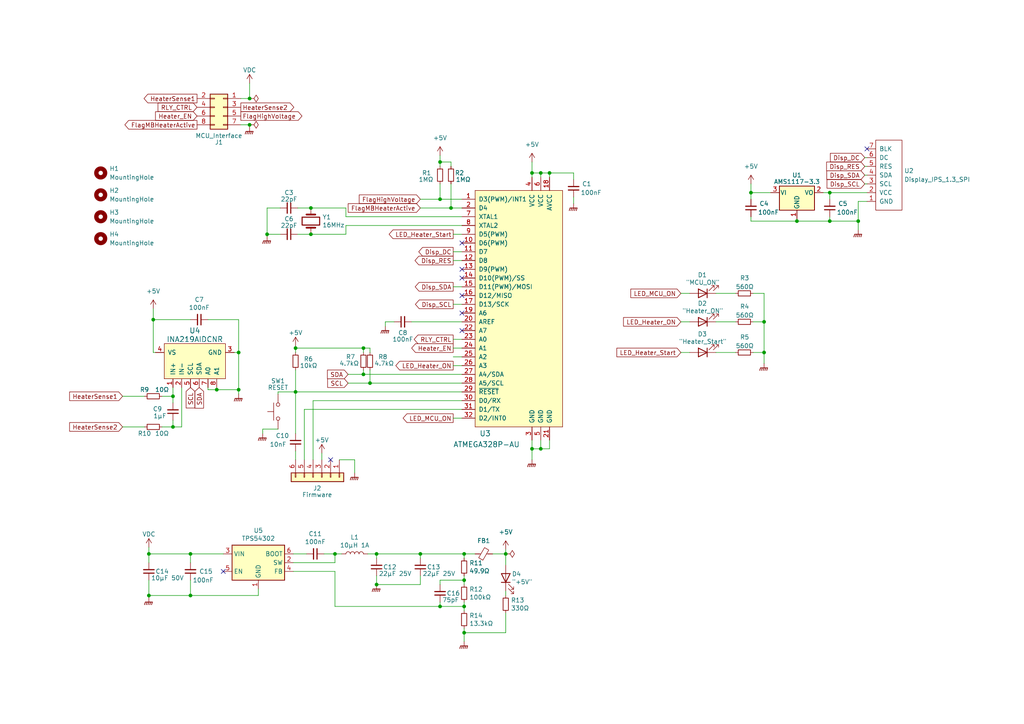
<source format=kicad_sch>
(kicad_sch (version 20211123) (generator eeschema)
  (paper "A4")
  (lib_symbols
    (symbol "Connector_Generic:Conn_01x06" (pin_names (offset 1.016) hide)
      (property "Reference" "J" (at 0 7.62 0))
      (property "Value" "Conn_01x06" (at 0 -10.16 0))
      (symbol "Conn_01x06_1_1"
        (rectangle (start -1.27 -7.493) (end 0 -7.747) (stroke (width 0.1524)))
        (rectangle (start -1.27 -4.953) (end 0 -5.207) (stroke (width 0.1524)))
        (rectangle (start -1.27 -2.413) (end 0 -2.667) (stroke (width 0.1524)))
        (rectangle (start -1.27 0.127) (end 0 -0.127) (stroke (width 0.1524)))
        (rectangle (start -1.27 2.667) (end 0 2.413) (stroke (width 0.1524)))
        (rectangle (start -1.27 5.207) (end 0 4.953) (stroke (width 0.1524)))
        (rectangle (start -1.27 6.35) (end 1.27 -8.89) (stroke (width 0.254)) (fill (type background)))
        (pin passive line (at -5.08 5.08 0) (length 3.81) (name "Pin_1") (number "1"))
        (pin passive line (at -5.08 2.54 0) (length 3.81) (name "Pin_2") (number "2"))
        (pin passive line (at -5.08 0 0) (length 3.81) (name "Pin_3") (number "3"))
        (pin passive line (at -5.08 -2.54 0) (length 3.81) (name "Pin_4") (number "4"))
        (pin passive line (at -5.08 -5.08 0) (length 3.81) (name "Pin_5") (number "5"))
        (pin passive line (at -5.08 -7.62 0) (length 3.81) (name "Pin_6") (number "6"))
      )
    )
    (symbol "Connector_Generic:Conn_02x04_Odd_Even" (pin_names (offset 1.016) hide)
      (property "Reference" "J" (at 1.27 5.08 0))
      (property "Value" "Conn_02x04_Odd_Even" (at 1.27 -7.62 0))
      (symbol "Conn_02x04_Odd_Even_1_1"
        (rectangle (start -1.27 -4.953) (end 0 -5.207) (stroke (width 0.1524)))
        (rectangle (start -1.27 -2.413) (end 0 -2.667) (stroke (width 0.1524)))
        (rectangle (start -1.27 0.127) (end 0 -0.127) (stroke (width 0.1524)))
        (rectangle (start -1.27 2.667) (end 0 2.413) (stroke (width 0.1524)))
        (rectangle (start -1.27 3.81) (end 3.81 -6.35) (stroke (width 0.254)) (fill (type background)))
        (rectangle (start 3.81 -4.953) (end 2.54 -5.207) (stroke (width 0.1524)))
        (rectangle (start 3.81 -2.413) (end 2.54 -2.667) (stroke (width 0.1524)))
        (rectangle (start 3.81 0.127) (end 2.54 -0.127) (stroke (width 0.1524)))
        (rectangle (start 3.81 2.667) (end 2.54 2.413) (stroke (width 0.1524)))
        (pin passive line (at -5.08 2.54 0) (length 3.81) (name "Pin_1") (number "1"))
        (pin passive line (at 7.62 2.54 180) (length 3.81) (name "Pin_2") (number "2"))
        (pin passive line (at -5.08 0 0) (length 3.81) (name "Pin_3") (number "3"))
        (pin passive line (at 7.62 0 180) (length 3.81) (name "Pin_4") (number "4"))
        (pin passive line (at -5.08 -2.54 0) (length 3.81) (name "Pin_5") (number "5"))
        (pin passive line (at 7.62 -2.54 180) (length 3.81) (name "Pin_6") (number "6"))
        (pin passive line (at -5.08 -5.08 0) (length 3.81) (name "Pin_7") (number "7"))
        (pin passive line (at 7.62 -5.08 180) (length 3.81) (name "Pin_8") (number "8"))
      )
    )
    (symbol "Device:C_Small" (pin_numbers hide) (pin_names (offset 0.254) hide)
      (property "Reference" "C" (at 0.254 1.778 0))
      (property "Value" "C_Small" (at 0.254 -2.032 0))
      (symbol "C_Small_0_1"
        (polyline (pts (xy -1.524 -0.508) (xy 1.524 -0.508)) (stroke (width 0.3302)))
        (polyline (pts (xy -1.524 0.508) (xy 1.524 0.508)) (stroke (width 0.3048)))
      )
      (symbol "C_Small_1_1"
        (pin passive line (at 0 2.54 270) (length 2.032) (name "~") (number "1"))
        (pin passive line (at 0 -2.54 90) (length 2.032) (name "~") (number "2"))
      )
    )
    (symbol "Device:Crystal" (pin_numbers hide) (pin_names (offset 1.016) hide)
      (property "Reference" "Y" (at 0 3.81 0))
      (property "Value" "Crystal" (at 0 -3.81 0))
      (symbol "Crystal_0_1"
        (rectangle (start -1.143 2.54) (end 1.143 -2.54) (stroke (width 0.3048)))
        (polyline (pts (xy -2.54 0) (xy -1.905 0)))
        (polyline (pts (xy -1.905 -1.27) (xy -1.905 1.27)) (stroke (width 0.508)))
        (polyline (pts (xy 1.905 -1.27) (xy 1.905 1.27)) (stroke (width 0.508)))
        (polyline (pts (xy 2.54 0) (xy 1.905 0)))
      )
      (symbol "Crystal_1_1"
        (pin passive line (at -3.81 0 0) (length 1.27) (name "1") (number "1"))
        (pin passive line (at 3.81 0 180) (length 1.27) (name "2") (number "2"))
      )
    )
    (symbol "Device:FerriteBead_Small" (pin_numbers hide) (pin_names (offset 0))
      (property "Reference" "FB" (at 1.905 1.27 0))
      (property "Value" "FerriteBead_Small" (at 1.905 -1.27 0))
      (symbol "FerriteBead_Small_0_1"
        (polyline (pts (xy 0 -1.27) (xy 0 -0.7874)))
        (polyline (pts (xy 0 0.889) (xy 0 1.2954)))
        (polyline (pts (xy -1.8288 0.2794) (xy -1.1176 1.4986) (xy 1.8288 -0.2032) (xy 1.1176 -1.4224) (xy -1.8288 0.2794)))
      )
      (symbol "FerriteBead_Small_1_1"
        (pin passive line (at 0 2.54 270) (length 1.27) (name "~") (number "1"))
        (pin passive line (at 0 -2.54 90) (length 1.27) (name "~") (number "2"))
      )
    )
    (symbol "Device:L" (pin_numbers hide) (pin_names (offset 1.016) hide)
      (property "Reference" "L" (at -1.27 0 90))
      (property "Value" "L" (at 1.905 0 90))
      (symbol "L_0_1"
        (arc (start 0 -2.54) (mid 0.635 -1.905) (end 0 -1.27))
        (arc (start 0 -1.27) (mid 0.635 -0.635) (end 0 0))
        (arc (start 0 0) (mid 0.635 0.635) (end 0 1.27))
        (arc (start 0 1.27) (mid 0.635 1.905) (end 0 2.54))
      )
      (symbol "L_1_1"
        (pin passive line (at 0 3.81 270) (length 1.27) (name "1") (number "1"))
        (pin passive line (at 0 -3.81 90) (length 1.27) (name "2") (number "2"))
      )
    )
    (symbol "Device:LED" (pin_numbers hide) (pin_names (offset 1.016) hide)
      (property "Reference" "D" (at 0 2.54 0))
      (property "Value" "LED" (at 0 -2.54 0))
      (symbol "LED_0_1"
        (polyline (pts (xy -1.27 -1.27) (xy -1.27 1.27)) (stroke (width 0.254)))
        (polyline (pts (xy -1.27 0) (xy 1.27 0)))
        (polyline (pts (xy 1.27 -1.27) (xy 1.27 1.27) (xy -1.27 0) (xy 1.27 -1.27)) (stroke (width 0.254)))
        (polyline (pts (xy -3.048 -0.762) (xy -4.572 -2.286) (xy -3.81 -2.286) (xy -4.572 -2.286) (xy -4.572 -1.524)))
        (polyline (pts (xy -1.778 -0.762) (xy -3.302 -2.286) (xy -2.54 -2.286) (xy -3.302 -2.286) (xy -3.302 -1.524)))
      )
      (symbol "LED_1_1"
        (pin passive line (at -3.81 0 0) (length 2.54) (name "K") (number "1"))
        (pin passive line (at 3.81 0 180) (length 2.54) (name "A") (number "2"))
      )
    )
    (symbol "Device:R_Small" (pin_numbers hide) (pin_names (offset 0.254) hide)
      (property "Reference" "R" (at 0.762 0.508 0))
      (property "Value" "R_Small" (at 0.762 -1.016 0))
      (symbol "R_Small_0_1"
        (rectangle (start -0.762 1.778) (end 0.762 -1.778) (stroke (width 0.2032)))
      )
      (symbol "R_Small_1_1"
        (pin passive line (at 0 2.54 270) (length 0.762) (name "~") (number "1"))
        (pin passive line (at 0 -2.54 90) (length 0.762) (name "~") (number "2"))
      )
    )
    (symbol "Mechanical:MountingHole" (pin_names (offset 1.016))
      (property "Reference" "H" (at 0 5.08 0))
      (property "Value" "MountingHole" (at 0 3.175 0))
      (symbol "MountingHole_0_1"
        (circle (center 0 0) (radius 1.27) (stroke (width 1.27)))
      )
    )
    (symbol "Regulator_Linear:AMS1117-3.3" (pin_names (offset 0.254))
      (property "Reference" "U" (at -3.81 3.175 0))
      (property "Value" "AMS1117-3.3" (at 0 3.175 0))
      (symbol "AMS1117-3.3_0_1"
        (rectangle (start -5.08 -5.08) (end 5.08 1.905) (stroke (width 0.254)) (fill (type background)))
      )
      (symbol "AMS1117-3.3_1_1"
        (pin power_in line (at 0 -7.62 90) (length 2.54) (name "GND") (number "1"))
        (pin power_out line (at 7.62 0 180) (length 2.54) (name "VO") (number "2"))
        (pin power_in line (at -7.62 0 0) (length 2.54) (name "VI") (number "3"))
      )
    )
    (symbol "Regulator_Switching:TPS54302"
      (property "Reference" "U" (at -7.62 6.35 0))
      (property "Value" "TPS54302" (at 0 6.35 0))
      (symbol "TPS54302_0_1"
        (rectangle (start -7.62 5.08) (end 7.62 -5.08) (stroke (width 0.254)) (fill (type background)))
      )
      (symbol "TPS54302_1_1"
        (pin power_in line (at 0 -7.62 90) (length 2.54) (name "GND") (number "1"))
        (pin power_out line (at 10.16 0 180) (length 2.54) (name "SW") (number "2"))
        (pin power_in line (at -10.16 2.54 0) (length 2.54) (name "VIN") (number "3"))
        (pin input line (at 10.16 -2.54 180) (length 2.54) (name "FB") (number "4"))
        (pin input line (at -10.16 -2.54 0) (length 2.54) (name "EN") (number "5"))
        (pin passive line (at 10.16 2.54 180) (length 2.54) (name "BOOT") (number "6"))
      )
    )
    (symbol "Switch:SW_Push" (pin_numbers hide) (pin_names (offset 1.016) hide)
      (property "Reference" "SW" (at 1.27 2.54 0))
      (property "Value" "SW_Push" (at 0 -1.524 0))
      (symbol "SW_Push_0_1"
        (circle (center -2.032 0) (radius 0.508))
        (polyline (pts (xy 0 1.27) (xy 0 3.048)))
        (polyline (pts (xy 2.54 1.27) (xy -2.54 1.27)))
        (circle (center 2.032 0) (radius 0.508))
        (pin passive line (at -5.08 0 0) (length 2.54) (name "1") (number "1"))
        (pin passive line (at 5.08 0 180) (length 2.54) (name "2") (number "2"))
      )
    )
    (symbol "dk_PMIC-Current-Regulation-Management:INA219AIDCNR" (pin_names (offset 1.016))
      (property "Reference" "U" (at -5.08 8.636 0))
      (property "Value" "INA219AIDCNR" (at 0.254 -11.43 0))
      (symbol "INA219AIDCNR_0_1"
        (rectangle (start -7.62 7.62) (end 2.54 -10.16) (fill (type background)))
      )
      (symbol "INA219AIDCNR_1_1"
        (pin input line (at -10.16 5.08 0) (length 2.54) (name "IN+") (number "1"))
        (pin input line (at -10.16 2.54 0) (length 2.54) (name "IN-") (number "2"))
        (pin power_in line (at 0 -12.7 90) (length 2.54) (name "GND") (number "3"))
        (pin power_in line (at 0 10.16 270) (length 2.54) (name "VS") (number "4"))
        (pin input line (at -10.16 0 0) (length 2.54) (name "SCL") (number "5"))
        (pin bidirectional line (at -10.16 -2.54 0) (length 2.54) (name "SDA") (number "6"))
        (pin input line (at -10.16 -5.08 0) (length 2.54) (name "A0") (number "7"))
        (pin input line (at -10.16 -7.62 0) (length 2.54) (name "A1") (number "8"))
      )
    )
    (symbol "myDevices:ATMEGA328P-AU_Arduino" (pin_names (offset 1.016))
      (property "Reference" "U" (at -8.89 38.1 0))
      (property "Value" "ATMEGA328P-AU_Arduino" (at 13.97 1.27 90))
      (symbol "ATMEGA328P-AU_Arduino_0_1"
        (rectangle (start 16.51 35.56) (end -8.89 -33.02) (fill (type background)))
      )
      (symbol "ATMEGA328P-AU_Arduino_1_1"
        (pin bidirectional line (at -12.7 33.02 0) (length 3.81) (name "D3(PWM)/INT1") (number "1"))
        (pin bidirectional line (at -12.7 20.32 0) (length 3.81) (name "D6(PWM)") (number "10"))
        (pin bidirectional line (at -12.7 17.78 0) (length 3.81) (name "D7") (number "11"))
        (pin bidirectional line (at -12.7 15.24 0) (length 3.81) (name "D8") (number "12"))
        (pin bidirectional line (at -12.7 12.7 0) (length 3.81) (name "D9(PWM)") (number "13"))
        (pin bidirectional line (at -12.7 10.16 0) (length 3.81) (name "D10(PWM)/SS") (number "14"))
        (pin bidirectional line (at -12.7 7.62 0) (length 3.81) (name "D11(PWM)/MOSI") (number "15"))
        (pin bidirectional line (at -12.7 5.08 0) (length 3.81) (name "D12/MISO") (number "16"))
        (pin bidirectional line (at -12.7 2.54 0) (length 3.81) (name "D13/SCK") (number "17"))
        (pin power_in line (at 12.7 39.37 270) (length 3.81) (name "AVCC") (number "18"))
        (pin input line (at -12.7 0 0) (length 3.81) (name "A6") (number "19"))
        (pin bidirectional line (at -12.7 30.48 0) (length 3.81) (name "D4") (number "2"))
        (pin input line (at -12.7 -2.54 0) (length 3.81) (name "AREF") (number "20"))
        (pin power_in line (at 12.7 -36.83 90) (length 3.81) (name "GND") (number "21"))
        (pin input line (at -12.7 -5.08 0) (length 3.81) (name "A7") (number "22"))
        (pin bidirectional line (at -12.7 -7.62 0) (length 3.81) (name "A0") (number "23"))
        (pin bidirectional line (at -12.7 -10.16 0) (length 3.81) (name "A1") (number "24"))
        (pin bidirectional line (at -12.7 -12.7 0) (length 3.81) (name "A2") (number "25"))
        (pin bidirectional line (at -12.7 -15.24 0) (length 3.81) (name "A3") (number "26"))
        (pin bidirectional line (at -12.7 -17.78 0) (length 3.81) (name "A4/SDA") (number "27"))
        (pin bidirectional line (at -12.7 -20.32 0) (length 3.81) (name "A5/SCL") (number "28"))
        (pin bidirectional line (at -12.7 -22.86 0) (length 3.81) (name "~{RESET}") (number "29"))
        (pin power_in line (at 7.62 -36.83 90) (length 3.81) (name "GND") (number "3"))
        (pin bidirectional line (at -12.7 -25.4 0) (length 3.81) (name "D0/RX") (number "30"))
        (pin bidirectional line (at -12.7 -27.94 0) (length 3.81) (name "D1/TX") (number "31"))
        (pin bidirectional line (at -12.7 -30.48 0) (length 3.81) (name "D2/INT0") (number "32"))
        (pin power_in line (at 7.62 39.37 270) (length 3.81) (name "VCC") (number "4"))
        (pin power_in line (at 10.16 -36.83 90) (length 3.81) (name "GND") (number "5"))
        (pin power_in line (at 10.16 39.37 270) (length 3.81) (name "VCC") (number "6"))
        (pin bidirectional line (at -12.7 27.94 0) (length 3.81) (name "XTAL1") (number "7"))
        (pin bidirectional line (at -12.7 25.4 0) (length 3.81) (name "XTAL2") (number "8"))
        (pin bidirectional line (at -12.7 22.86 0) (length 3.81) (name "D5(PWM)") (number "9"))
      )
    )
    (symbol "myDevices:Display_IPS_1.3_SPI" (pin_names (offset 1.016))
      (property "Reference" "U" (at 0 -6.35 0))
      (property "Value" "Display_IPS_1.3_SPI" (at 2.54 -3.81 0))
      (symbol "Display_IPS_1.3_SPI_0_1"
        (rectangle (start 2.54 17.78) (end 10.16 -2.54))
      )
      (symbol "Display_IPS_1.3_SPI_1_1"
        (pin power_in line (at 0 0 0) (length 2.54) (name "GND") (number "1"))
        (pin power_in line (at 0 2.54 0) (length 2.54) (name "VCC") (number "2"))
        (pin input line (at 0 5.08 0) (length 2.54) (name "SCL") (number "3"))
        (pin input line (at 0 7.62 0) (length 2.54) (name "SDA") (number "4"))
        (pin input line (at 0 10.16 0) (length 2.54) (name "RES") (number "5"))
        (pin input line (at 0 12.7 0) (length 2.54) (name "DC") (number "6"))
        (pin input line (at 0 15.24 0) (length 2.54) (name "BLK") (number "7"))
      )
    )
    (symbol "power:+5V" (power) (pin_names (offset 0))
      (property "Value" "+5V" (at 0 3.556 0))
      (symbol "+5V_0_1"
        (polyline (pts (xy -0.762 1.27) (xy 0 2.54)))
        (polyline (pts (xy 0 0) (xy 0 2.54)))
        (polyline (pts (xy 0 2.54) (xy 0.762 1.27)))
      )
      (symbol "+5V_1_1"
        (pin power_in line (at 0 0 90) (length 0) hide (name "+5V") (number "1"))
      )
    )
    (symbol "power:GNDPWR" (power) (pin_names (offset 0))
      (property "Value" "GNDPWR" (at 0 -3.302 0))
      (symbol "GNDPWR_0_1"
        (polyline (pts (xy 0 -1.27) (xy 0 0)))
        (polyline (pts (xy -1.016 -1.27) (xy -1.27 -2.032) (xy -1.27 -2.032)) (stroke (width 0.2032)))
        (polyline (pts (xy -0.508 -1.27) (xy -0.762 -2.032) (xy -0.762 -2.032)) (stroke (width 0.2032)))
        (polyline (pts (xy 0 -1.27) (xy -0.254 -2.032) (xy -0.254 -2.032)) (stroke (width 0.2032)))
        (polyline (pts (xy 0.508 -1.27) (xy 0.254 -2.032) (xy 0.254 -2.032)) (stroke (width 0.2032)))
        (polyline (pts (xy 1.016 -1.27) (xy -1.016 -1.27) (xy -1.016 -1.27)) (stroke (width 0.2032)))
        (polyline (pts (xy 1.016 -1.27) (xy 0.762 -2.032) (xy 0.762 -2.032) (xy 0.762 -2.032)) (stroke (width 0.2032)))
      )
      (symbol "GNDPWR_1_1"
        (pin power_in line (at 0 0 270) (length 0) hide (name "GNDPWR") (number "1"))
      )
    )
    (symbol "power:PWR_FLAG" (power) (pin_numbers hide) (pin_names (offset 0) hide)
      (property "Value" "PWR_FLAG" (at 0 3.81 0))
      (symbol "PWR_FLAG_0_0"
        (pin power_out line (at 0 0 90) (length 0) (name "pwr") (number "1"))
      )
      (symbol "PWR_FLAG_0_1"
        (polyline (pts (xy 0 0) (xy 0 1.27) (xy -1.016 1.905) (xy 0 2.54) (xy 1.016 1.905) (xy 0 1.27)))
      )
    )
    (symbol "power:VDC" (power) (pin_names (offset 0))
      (property "Value" "VDC" (at 0 6.35 0))
      (symbol "VDC_0_1"
        (polyline (pts (xy -0.762 1.27) (xy 0 2.54)))
        (polyline (pts (xy 0 0) (xy 0 2.54)))
        (polyline (pts (xy 0 2.54) (xy 0.762 1.27)))
      )
      (symbol "VDC_1_1"
        (pin power_in line (at 0 0 90) (length 0) hide (name "VDC") (number "1"))
      )
    )
  )
  (junction (at 85.725 113.665))
  (junction (at 109.22 160.655))
  (junction (at 159.385 50.165))
  (junction (at 134.62 175.895))
  (junction (at 50.165 114.935))
  (junction (at 248.92 64.135))
  (junction (at 109.22 169.545))
  (junction (at 50.165 123.825))
  (junction (at 240.665 55.88))
  (junction (at 72.39 36.195))
  (junction (at 221.615 93.345))
  (junction (at 134.62 183.515))
  (junction (at 154.305 50.165))
  (junction (at 134.62 168.275))
  (junction (at 130.81 60.325))
  (junction (at 90.17 67.945))
  (junction (at 121.92 160.655))
  (junction (at 55.245 172.72))
  (junction (at 43.18 160.655))
  (junction (at 156.845 130.175))
  (junction (at 85.725 100.965))
  (junction (at 107.315 111.125))
  (junction (at 105.41 108.585))
  (junction (at 217.805 55.88))
  (junction (at 127.635 57.785))
  (junction (at 77.47 67.945))
  (junction (at 156.845 50.165))
  (junction (at 69.215 113.03))
  (junction (at 62.865 113.03))
  (junction (at 43.18 172.72))
  (junction (at 105.41 100.965))
  (junction (at 127.635 46.99))
  (junction (at 72.39 28.575))
  (junction (at 134.62 160.655))
  (junction (at 44.45 92.71))
  (junction (at 127.635 175.895))
  (junction (at 240.665 64.135))
  (junction (at 221.615 102.235))
  (junction (at 69.215 102.235))
  (junction (at 231.14 64.135))
  (junction (at 55.245 160.655))
  (junction (at 97.155 160.655))
  (junction (at 154.305 130.175))
  (junction (at 90.17 60.325))
  (junction (at 146.685 160.655))
  (no_connect (at 133.985 95.885))
  (no_connect (at 133.985 90.805))
  (no_connect (at 95.885 133.35))
  (no_connect (at 133.985 70.485))
  (no_connect (at 64.77 165.735))
  (no_connect (at 133.985 80.645))
  (no_connect (at 133.985 85.725))
  (no_connect (at 251.46 43.18))
  (no_connect (at 133.985 78.105))
  (wire (pts (xy 127.635 175.895) (xy 97.155 175.895)))
  (wire (pts (xy 43.18 172.72) (xy 43.18 173.355)))
  (wire (pts (xy 100.33 60.325) (xy 100.33 62.865)))
  (wire (pts (xy 131.445 103.505) (xy 133.985 103.505)))
  (wire (pts (xy 250.825 53.34) (xy 251.46 53.34)))
  (wire (pts (xy 134.62 160.655) (xy 121.92 160.655)))
  (wire (pts (xy 90.17 67.945) (xy 100.33 67.945)))
  (wire (pts (xy 97.155 175.895) (xy 97.155 165.735)))
  (wire (pts (xy 248.92 64.135) (xy 248.92 58.42)))
  (wire (pts (xy 80.645 114.3) (xy 80.645 113.665)))
  (wire (pts (xy 107.315 107.315) (xy 107.315 111.125)))
  (wire (pts (xy 62.865 112.395) (xy 62.865 113.03)))
  (wire (pts (xy 72.39 24.13) (xy 72.39 28.575)))
  (wire (pts (xy 127.635 168.275) (xy 134.62 168.275)))
  (wire (pts (xy 80.645 113.665) (xy 85.725 113.665)))
  (wire (pts (xy 121.92 161.925) (xy 121.92 160.655)))
  (wire (pts (xy 109.22 160.655) (xy 106.68 160.655)))
  (wire (pts (xy 146.685 159.385) (xy 146.685 160.655)))
  (wire (pts (xy 85.09 160.655) (xy 88.9 160.655)))
  (wire (pts (xy 221.615 102.235) (xy 221.615 105.41)))
  (wire (pts (xy 240.665 62.865) (xy 240.665 64.135)))
  (wire (pts (xy 98.425 133.35) (xy 102.87 133.35)))
  (wire (pts (xy 218.44 85.09) (xy 221.615 85.09)))
  (wire (pts (xy 76.2 124.46) (xy 80.645 124.46)))
  (wire (pts (xy 85.725 113.665) (xy 133.985 113.665)))
  (wire (pts (xy 154.305 133.35) (xy 154.305 130.175)))
  (wire (pts (xy 77.47 68.58) (xy 77.47 67.945)))
  (wire (pts (xy 131.445 100.965) (xy 133.985 100.965)))
  (wire (pts (xy 221.615 93.345) (xy 221.615 102.235)))
  (wire (pts (xy 90.805 133.35) (xy 90.805 116.205)))
  (wire (pts (xy 67.945 102.235) (xy 69.215 102.235)))
  (wire (pts (xy 43.18 160.655) (xy 43.18 163.195)))
  (wire (pts (xy 197.485 85.09) (xy 200.025 85.09)))
  (wire (pts (xy 207.645 102.235) (xy 213.36 102.235)))
  (wire (pts (xy 119.38 93.345) (xy 133.985 93.345)))
  (wire (pts (xy 217.805 62.865) (xy 217.805 64.135)))
  (wire (pts (xy 88.265 118.745) (xy 133.985 118.745)))
  (wire (pts (xy 134.62 167.005) (xy 134.62 168.275)))
  (wire (pts (xy 197.485 93.345) (xy 200.025 93.345)))
  (wire (pts (xy 240.665 55.88) (xy 240.665 57.785)))
  (wire (pts (xy 69.215 102.235) (xy 69.215 113.03)))
  (wire (pts (xy 133.985 73.025) (xy 131.445 73.025)))
  (wire (pts (xy 146.685 160.655) (xy 146.685 163.83)))
  (wire (pts (xy 240.665 55.88) (xy 251.46 55.88)))
  (wire (pts (xy 217.805 64.135) (xy 231.14 64.135)))
  (wire (pts (xy 85.725 133.35) (xy 85.725 130.81)))
  (wire (pts (xy 127.635 45.085) (xy 127.635 46.99)))
  (wire (pts (xy 134.62 183.515) (xy 146.685 183.515)))
  (wire (pts (xy 55.245 163.195) (xy 55.245 160.655)))
  (wire (pts (xy 130.81 60.325) (xy 133.985 60.325)))
  (wire (pts (xy 55.245 172.72) (xy 74.93 172.72)))
  (wire (pts (xy 134.62 168.275) (xy 134.62 169.545)))
  (wire (pts (xy 77.47 60.325) (xy 81.28 60.325)))
  (wire (pts (xy 60.325 113.03) (xy 60.325 112.395)))
  (wire (pts (xy 159.385 127.635) (xy 159.385 130.175)))
  (wire (pts (xy 240.665 64.135) (xy 248.92 64.135)))
  (wire (pts (xy 46.99 123.825) (xy 50.165 123.825)))
  (wire (pts (xy 97.155 163.195) (xy 97.155 160.655)))
  (wire (pts (xy 131.445 88.265) (xy 133.985 88.265)))
  (wire (pts (xy 131.445 75.565) (xy 133.985 75.565)))
  (wire (pts (xy 159.385 50.165) (xy 159.385 51.435)))
  (wire (pts (xy 105.41 100.965) (xy 107.315 100.965)))
  (wire (pts (xy 35.56 123.825) (xy 41.91 123.825)))
  (wire (pts (xy 90.805 116.205) (xy 133.985 116.205)))
  (wire (pts (xy 134.62 175.895) (xy 134.62 177.165)))
  (wire (pts (xy 218.44 93.345) (xy 221.615 93.345)))
  (wire (pts (xy 121.92 57.785) (xy 127.635 57.785)))
  (wire (pts (xy 127.635 169.545) (xy 127.635 168.275)))
  (wire (pts (xy 60.325 92.71) (xy 69.215 92.71)))
  (wire (pts (xy 207.645 85.09) (xy 213.36 85.09)))
  (wire (pts (xy 55.245 172.72) (xy 43.18 172.72)))
  (wire (pts (xy 127.635 174.625) (xy 127.635 175.895)))
  (wire (pts (xy 127.635 46.99) (xy 127.635 48.26)))
  (wire (pts (xy 85.725 100.965) (xy 85.725 102.235)))
  (wire (pts (xy 231.14 63.5) (xy 231.14 64.135)))
  (wire (pts (xy 69.215 113.03) (xy 69.215 114.3)))
  (wire (pts (xy 114.3 93.345) (xy 111.76 93.345)))
  (wire (pts (xy 55.245 160.655) (xy 43.18 160.655)))
  (wire (pts (xy 142.875 160.655) (xy 146.685 160.655)))
  (wire (pts (xy 46.99 114.935) (xy 50.165 114.935)))
  (wire (pts (xy 102.87 133.35) (xy 102.87 137.16)))
  (wire (pts (xy 131.445 83.185) (xy 133.985 83.185)))
  (wire (pts (xy 76.2 124.46) (xy 76.2 125.73)))
  (wire (pts (xy 250.825 50.8) (xy 251.46 50.8)))
  (wire (pts (xy 159.385 130.175) (xy 156.845 130.175)))
  (wire (pts (xy 131.445 98.425) (xy 133.985 98.425)))
  (wire (pts (xy 85.725 100.965) (xy 105.41 100.965)))
  (wire (pts (xy 166.37 57.15) (xy 166.37 59.055)))
  (wire (pts (xy 55.245 92.71) (xy 44.45 92.71)))
  (wire (pts (xy 130.81 53.34) (xy 130.81 60.325)))
  (wire (pts (xy 134.62 160.655) (xy 137.795 160.655)))
  (wire (pts (xy 43.18 168.275) (xy 43.18 172.72)))
  (wire (pts (xy 250.825 45.72) (xy 251.46 45.72)))
  (wire (pts (xy 217.805 55.88) (xy 217.805 57.785)))
  (wire (pts (xy 109.22 169.545) (xy 109.22 167.005)))
  (wire (pts (xy 127.635 57.785) (xy 133.985 57.785)))
  (wire (pts (xy 127.635 175.895) (xy 134.62 175.895)))
  (wire (pts (xy 217.805 53.34) (xy 217.805 55.88)))
  (wire (pts (xy 62.865 113.03) (xy 60.325 113.03)))
  (wire (pts (xy 130.81 46.99) (xy 130.81 48.26)))
  (wire (pts (xy 121.92 160.655) (xy 109.22 160.655)))
  (wire (pts (xy 121.92 60.325) (xy 130.81 60.325)))
  (wire (pts (xy 131.445 67.945) (xy 133.985 67.945)))
  (wire (pts (xy 88.265 133.35) (xy 88.265 118.745)))
  (wire (pts (xy 50.165 114.935) (xy 50.165 112.395)))
  (wire (pts (xy 93.98 160.655) (xy 97.155 160.655)))
  (wire (pts (xy 50.165 123.825) (xy 52.705 123.825)))
  (wire (pts (xy 107.315 111.125) (xy 133.985 111.125)))
  (wire (pts (xy 64.77 160.655) (xy 55.245 160.655)))
  (wire (pts (xy 166.37 50.165) (xy 166.37 52.07)))
  (wire (pts (xy 105.41 108.585) (xy 133.985 108.585)))
  (wire (pts (xy 111.76 93.345) (xy 111.76 94.615)))
  (wire (pts (xy 238.76 55.88) (xy 240.665 55.88)))
  (wire (pts (xy 105.41 107.315) (xy 105.41 108.585)))
  (wire (pts (xy 62.865 113.03) (xy 69.215 113.03)))
  (wire (pts (xy 154.305 50.165) (xy 154.305 51.435)))
  (wire (pts (xy 74.93 172.72) (xy 74.93 170.815)))
  (wire (pts (xy 72.39 28.575) (xy 69.85 28.575)))
  (wire (pts (xy 100.965 108.585) (xy 105.41 108.585)))
  (wire (pts (xy 197.485 102.235) (xy 200.025 102.235)))
  (wire (pts (xy 109.22 161.925) (xy 109.22 160.655)))
  (wire (pts (xy 217.805 55.88) (xy 223.52 55.88)))
  (wire (pts (xy 134.62 161.925) (xy 134.62 160.655)))
  (wire (pts (xy 86.36 67.945) (xy 90.17 67.945)))
  (wire (pts (xy 105.41 100.965) (xy 105.41 102.235)))
  (wire (pts (xy 156.845 127.635) (xy 156.845 130.175)))
  (wire (pts (xy 134.62 183.515) (xy 134.62 186.055)))
  (wire (pts (xy 90.17 60.325) (xy 100.33 60.325)))
  (wire (pts (xy 207.645 93.345) (xy 213.36 93.345)))
  (wire (pts (xy 134.62 182.245) (xy 134.62 183.515)))
  (wire (pts (xy 218.44 102.235) (xy 221.615 102.235)))
  (wire (pts (xy 44.45 89.535) (xy 44.45 92.71)))
  (wire (pts (xy 43.18 158.75) (xy 43.18 160.655)))
  (wire (pts (xy 50.165 121.92) (xy 50.165 123.825)))
  (wire (pts (xy 77.47 67.945) (xy 77.47 60.325)))
  (wire (pts (xy 86.36 60.325) (xy 90.17 60.325)))
  (wire (pts (xy 85.725 125.73) (xy 85.725 113.665)))
  (wire (pts (xy 159.385 50.165) (xy 166.37 50.165)))
  (wire (pts (xy 146.685 171.45) (xy 146.685 172.72)))
  (wire (pts (xy 44.45 92.71) (xy 44.45 102.235)))
  (wire (pts (xy 85.725 107.315) (xy 85.725 113.665)))
  (wire (pts (xy 127.635 46.99) (xy 130.81 46.99)))
  (wire (pts (xy 97.155 160.655) (xy 99.06 160.655)))
  (wire (pts (xy 121.92 169.545) (xy 109.22 169.545)))
  (wire (pts (xy 81.28 67.945) (xy 77.47 67.945)))
  (wire (pts (xy 50.165 114.935) (xy 50.165 116.84)))
  (wire (pts (xy 156.845 50.165) (xy 156.845 51.435)))
  (wire (pts (xy 55.245 168.275) (xy 55.245 172.72)))
  (wire (pts (xy 248.92 66.675) (xy 248.92 64.135)))
  (wire (pts (xy 154.305 130.175) (xy 154.305 127.635)))
  (wire (pts (xy 100.965 111.125) (xy 107.315 111.125)))
  (wire (pts (xy 156.845 50.165) (xy 159.385 50.165)))
  (wire (pts (xy 154.305 50.165) (xy 156.845 50.165)))
  (wire (pts (xy 85.725 100.33) (xy 85.725 100.965)))
  (wire (pts (xy 248.92 58.42) (xy 251.46 58.42)))
  (wire (pts (xy 127.635 53.34) (xy 127.635 57.785)))
  (wire (pts (xy 69.215 92.71) (xy 69.215 102.235)))
  (wire (pts (xy 154.305 46.99) (xy 154.305 50.165)))
  (wire (pts (xy 250.825 48.26) (xy 251.46 48.26)))
  (wire (pts (xy 121.92 167.005) (xy 121.92 169.545)))
  (wire (pts (xy 69.85 36.195) (xy 72.39 36.195)))
  (wire (pts (xy 107.315 100.965) (xy 107.315 102.235)))
  (wire (pts (xy 131.445 106.045) (xy 133.985 106.045)))
  (wire (pts (xy 93.345 131.445) (xy 93.345 133.35)))
  (wire (pts (xy 100.33 62.865) (xy 133.985 62.865)))
  (wire (pts (xy 72.39 36.195) (xy 72.39 36.83)))
  (wire (pts (xy 97.155 165.735) (xy 85.09 165.735)))
  (wire (pts (xy 100.33 65.405) (xy 100.33 67.945)))
  (wire (pts (xy 221.615 85.09) (xy 221.615 93.345)))
  (wire (pts (xy 35.56 114.935) (xy 41.91 114.935)))
  (wire (pts (xy 52.705 112.395) (xy 52.705 123.825)))
  (wire (pts (xy 44.45 102.235) (xy 45.085 102.235)))
  (wire (pts (xy 85.09 163.195) (xy 97.155 163.195)))
  (wire (pts (xy 134.62 174.625) (xy 134.62 175.895)))
  (wire (pts (xy 131.445 121.285) (xy 133.985 121.285)))
  (wire (pts (xy 133.985 65.405) (xy 100.33 65.405)))
  (wire (pts (xy 156.845 130.175) (xy 154.305 130.175)))
  (wire (pts (xy 231.14 64.135) (xy 240.665 64.135)))
  (wire (pts (xy 146.685 177.8) (xy 146.685 183.515)))
  (global_label "FlagMBHeaterActive" (shape input) (at 121.92 60.325 180) (property "Intersheet References" "${INTERSHEET_REFS}" (effects hide)))
  (global_label "Disp_SDA" (shape output) (at 131.445 83.185 180) (property "Intersheet References" "${INTERSHEET_REFS}" (effects hide)))
  (global_label "HeaterSense2" (shape input) (at 35.56 123.825 180) (property "Intersheet References" "${INTERSHEET_REFS}" (effects hide)))
  (global_label "RLY_CTRL" (shape output) (at 131.445 98.425 180) (property "Intersheet References" "${INTERSHEET_REFS}" (effects hide)))
  (global_label "LED_MCU_ON" (shape input) (at 197.485 85.09 180) (property "Intersheet References" "${INTERSHEET_REFS}" (effects hide)))
  (global_label "SDA" (shape input) (at 100.965 108.585 180) (property "Intersheet References" "${INTERSHEET_REFS}" (effects hide)))
  (global_label "RLY_CTRL" (shape input) (at 57.15 31.115 180) (property "Intersheet References" "${INTERSHEET_REFS}" (effects hide)))
  (global_label "HeaterSense2" (shape output) (at 69.85 31.115 0) (property "Intersheet References" "${INTERSHEET_REFS}" (effects hide)))
  (global_label "Disp_SCL" (shape output) (at 131.445 88.265 180) (property "Intersheet References" "${INTERSHEET_REFS}" (effects hide)))
  (global_label "Disp_SDA" (shape input) (at 250.825 50.8 180) (property "Intersheet References" "${INTERSHEET_REFS}" (effects hide)))
  (global_label "LED_Heater_ON" (shape output) (at 131.445 106.045 180) (property "Intersheet References" "${INTERSHEET_REFS}" (effects hide)))
  (global_label "Disp_DC" (shape output) (at 131.445 73.025 180) (property "Intersheet References" "${INTERSHEET_REFS}" (effects hide)))
  (global_label "LED_MCU_ON" (shape output) (at 131.445 121.285 180) (property "Intersheet References" "${INTERSHEET_REFS}" (effects hide)))
  (global_label "LED_Heater_Start" (shape output) (at 131.445 67.945 180) (property "Intersheet References" "${INTERSHEET_REFS}" (effects hide)))
  (global_label "LED_Heater_ON" (shape input) (at 197.485 93.345 180) (property "Intersheet References" "${INTERSHEET_REFS}" (effects hide)))
  (global_label "Disp_RES" (shape output) (at 131.445 75.565 180) (property "Intersheet References" "${INTERSHEET_REFS}" (effects hide)))
  (global_label "Heater_EN" (shape input) (at 57.15 33.655 180) (property "Intersheet References" "${INTERSHEET_REFS}" (effects hide)))
  (global_label "Disp_RES" (shape input) (at 250.825 48.26 180) (property "Intersheet References" "${INTERSHEET_REFS}" (effects hide)))
  (global_label "Disp_DC" (shape input) (at 250.825 45.72 180) (property "Intersheet References" "${INTERSHEET_REFS}" (effects hide)))
  (global_label "Heater_EN" (shape output) (at 131.445 100.965 180) (property "Intersheet References" "${INTERSHEET_REFS}" (effects hide)))
  (global_label "LED_Heater_Start" (shape input) (at 197.485 102.235 180) (property "Intersheet References" "${INTERSHEET_REFS}" (effects hide)))
  (global_label "FlagHighVoltage" (shape input) (at 121.92 57.785 180) (property "Intersheet References" "${INTERSHEET_REFS}" (effects hide)))
  (global_label "Disp_SCL" (shape input) (at 250.825 53.34 180) (property "Intersheet References" "${INTERSHEET_REFS}" (effects hide)))
  (global_label "SCL" (shape input) (at 100.965 111.125 180) (property "Intersheet References" "${INTERSHEET_REFS}" (effects hide)))
  (global_label "HeaterSense1" (shape output) (at 57.15 28.575 180) (property "Intersheet References" "${INTERSHEET_REFS}" (effects hide)))
  (global_label "SCL" (shape input) (at 55.245 112.395 270) (property "Intersheet References" "${INTERSHEET_REFS}" (effects hide)))
  (global_label "FlagMBHeaterActive" (shape output) (at 57.15 36.195 180) (property "Intersheet References" "${INTERSHEET_REFS}" (effects hide)))
  (global_label "FlagHighVoltage" (shape output) (at 69.85 33.655 0) (property "Intersheet References" "${INTERSHEET_REFS}" (effects hide)))
  (global_label "SDA" (shape input) (at 57.785 112.395 270) (property "Intersheet References" "${INTERSHEET_REFS}" (effects hide)))
  (global_label "HeaterSense1" (shape input) (at 35.56 114.935 180) (property "Intersheet References" "${INTERSHEET_REFS}" (effects hide)))
  (symbol (lib_id "power:GNDPWR") (at 43.18 173.355 0) (unit 1)
    (property "Reference" "#PWR021" (effects hide))
    (property "Value" "GNDPWR" (effects hide))
  )
  (symbol (lib_id "power:PWR_FLAG") (at 72.39 28.575 270) (unit 1)
    (property "Reference" "#FLG01" (effects hide))
    (property "Value" "PWR_FLAG" (effects hide))
  )
  (symbol (lib_id "Connector_Generic:Conn_02x04_Odd_Even") (at 64.77 31.115 0) (mirror y) (unit 1)
    (property "Reference" "J1" (at 63.5 41.275 0))
    (property "Value" "MCU_Interface" (at 63.5 39.37 0))
    (property "Footprint" "Connector_PinHeader_2.54mm:PinHeader_2x04_P2.54mm_Vertical" (effects hide))
  )
  (symbol (lib_id "Device:C_Small") (at 50.165 119.38 180) (unit 1)
    (property "Reference" "C9" (at 44.323 118.618 0) (effects (justify right)))
    (property "Value" "1µF" (at 44.45 120.65 0) (effects (justify right)))
    (property "Footprint" "Capacitor_SMD:C_0805_2012Metric_Pad1.18x1.45mm_HandSolder" (effects hide))
  )
  (symbol (lib_id "Device:C_Small") (at 217.805 60.325 180) (unit 1)
    (property "Reference" "C4" (at 221.615 59.055 0))
    (property "Value" "100nF" (at 222.885 61.595 0))
    (property "Footprint" "Capacitor_SMD:C_0805_2012Metric_Pad1.18x1.45mm_HandSolder" (effects hide))
  )
  (symbol (lib_id "Device:R_Small") (at 215.9 93.345 270) (unit 1)
    (property "Reference" "R4" (at 214.63 88.9 90) (effects (justify left)))
    (property "Value" "560Ω" (at 213.36 91.44 90) (effects (justify left)))
    (property "Footprint" "Resistor_SMD:R_0805_2012Metric_Pad1.20x1.40mm_HandSolder" (effects hide))
  )
  (symbol (lib_id "Device:C_Small") (at 85.725 128.27 180) (unit 1)
    (property "Reference" "C10" (at 81.915 126.365 0))
    (property "Value" "10nF" (at 80.645 128.905 0))
    (property "Footprint" "Capacitor_SMD:C_0805_2012Metric_Pad1.18x1.45mm_HandSolder" (effects hide))
  )
  (symbol (lib_id "Device:C_Small") (at 55.245 165.735 180) (unit 1)
    (property "Reference" "C15" (at 57.785 165.735 0) (effects (justify right)))
    (property "Value" "100nF" (at 55.88 168.275 0) (effects (justify right)))
    (property "Footprint" "Capacitor_SMD:C_0805_2012Metric_Pad1.18x1.45mm_HandSolder" (effects hide))
  )
  (symbol (lib_id "Device:R_Small") (at 215.9 102.235 270) (unit 1)
    (property "Reference" "R5" (at 214.63 97.79 90) (effects (justify left)))
    (property "Value" "560Ω" (at 213.36 100.33 90) (effects (justify left)))
    (property "Footprint" "Resistor_SMD:R_0805_2012Metric_Pad1.20x1.40mm_HandSolder" (effects hide))
  )
  (symbol (lib_id "Device:C_Small") (at 116.84 93.345 90) (unit 1)
    (property "Reference" "C8" (at 116.84 96.52 90))
    (property "Value" "100nF" (at 116.84 98.425 90))
    (property "Footprint" "Capacitor_SMD:C_0805_2012Metric_Pad1.18x1.45mm_HandSolder" (effects hide))
  )
  (symbol (lib_id "Device:C_Small") (at 57.785 92.71 270) (unit 1)
    (property "Reference" "C7" (at 57.785 86.8934 90))
    (property "Value" "100nF" (at 57.785 89.2048 90))
    (property "Footprint" "Capacitor_SMD:C_0805_2012Metric_Pad1.18x1.45mm_HandSolder" (effects hide))
  )
  (symbol (lib_id "Device:FerriteBead_Small") (at 140.335 160.655 90) (unit 1)
    (property "Reference" "FB1" (at 140.2969 156.845 90))
    (property "Value" "FerriteBead_Small" (effects hide))
    (property "Footprint" "Inductor_SMD:L_0805_2012Metric_Pad1.15x1.40mm_HandSolder" (effects hide))
  )
  (symbol (lib_id "Mechanical:MountingHole") (at 29.21 56.515 0) (unit 1)
    (property "Reference" "H2" (at 31.75 55.2449 0) (effects (justify left)))
    (property "Value" "MountingHole" (at 31.75 57.7849 0) (effects (justify left)))
    (property "Footprint" "MountingHole:MountingHole_3.2mm_M3" (effects hide))
  )
  (symbol (lib_id "Connector_Generic:Conn_01x06") (at 93.345 138.43 270) (unit 1)
    (property "Reference" "J2" (at 90.805 141.605 90) (effects (justify left)))
    (property "Value" "Firmware" (at 87.63 143.51 90) (effects (justify left)))
    (property "Footprint" "Connector_PinHeader_2.54mm:PinHeader_1x06_P2.54mm_Vertical" (effects hide))
  )
  (symbol (lib_id "power:PWR_FLAG") (at 146.685 160.655 270) (unit 1)
    (property "Reference" "#FLG03" (effects hide))
    (property "Value" "PWR_FLAG" (effects hide))
  )
  (symbol (lib_id "power:PWR_FLAG") (at 72.39 36.195 270) (unit 1)
    (property "Reference" "#FLG02" (effects hide))
    (property "Value" "PWR_FLAG" (effects hide))
  )
  (symbol (lib_id "power:+5V") (at 85.725 100.33 0) (unit 1)
    (property "Reference" "#PWR011" (effects hide))
    (property "Value" "+5V" (at 85.725 96.52 0))
  )
  (symbol (lib_id "Device:LED") (at 203.835 102.235 180) (unit 1)
    (property "Reference" "D3" (at 203.708 96.901 0))
    (property "Value" "\"Heater_Start\"" (at 203.835 99.06 0))
    (property "Footprint" "LED_SMD:LED_0805_2012Metric_Pad1.15x1.40mm_HandSolder" (effects hide))
  )
  (symbol (lib_id "myDevices:ATMEGA328P-AU_Arduino") (at 146.685 90.805 0) (unit 1)
    (property "Reference" "U3" (at 139.065 125.73 0) (effects (font (size 1.524 1.524)) (justify left)))
    (property "Value" "ATMEGA328P-AU" (at 131.445 128.905 0) (effects (font (size 1.524 1.524)) (justify left)))
    (property "Footprint" "digikey-footprints:TQFP-32_7x7mm" (effects hide))
  )
  (symbol (lib_id "Device:R_Small") (at 105.41 104.775 180) (unit 1)
    (property "Reference" "R7" (at 100.33 103.505 0) (effects (justify right)))
    (property "Value" "4.7kΩ" (at 98.425 105.41 0) (effects (justify right)))
    (property "Footprint" "Resistor_SMD:R_0805_2012Metric_Pad1.20x1.40mm_HandSolder" (effects hide))
  )
  (symbol (lib_id "Mechanical:MountingHole") (at 29.21 50.165 0) (unit 1)
    (property "Reference" "H1" (at 31.75 48.8949 0) (effects (justify left)))
    (property "Value" "MountingHole" (at 31.75 51.4349 0) (effects (justify left)))
    (property "Footprint" "MountingHole:MountingHole_3.2mm_M3" (effects hide))
  )
  (symbol (lib_id "Device:R_Small") (at 146.685 175.26 0) (unit 1)
    (property "Reference" "R13" (at 148.1836 174.0916 0) (effects (justify left)))
    (property "Value" "330Ω" (at 148.1836 176.403 0) (effects (justify left)))
    (property "Footprint" "Resistor_SMD:R_0805_2012Metric_Pad1.20x1.40mm_HandSolder" (effects hide))
  )
  (symbol (lib_id "Device:R_Small") (at 130.81 50.8 0) (unit 1)
    (property "Reference" "R2" (at 134.62 50.165 0) (effects (justify right)))
    (property "Value" "1MΩ" (at 136.525 52.07 0) (effects (justify right)))
    (property "Footprint" "Resistor_SMD:R_0805_2012Metric_Pad1.20x1.40mm_HandSolder" (effects hide))
  )
  (symbol (lib_id "power:VDC") (at 72.39 24.13 0) (mirror y) (unit 1)
    (property "Reference" "#PWR01" (effects hide))
    (property "Value" "VDC" (at 72.39 20.32 0))
  )
  (symbol (lib_id "Mechanical:MountingHole") (at 29.21 69.215 0) (unit 1)
    (property "Reference" "H4" (at 31.75 67.9449 0) (effects (justify left)))
    (property "Value" "MountingHole" (at 31.75 70.4849 0) (effects (justify left)))
    (property "Footprint" "MountingHole:MountingHole_3.2mm_M3" (effects hide))
  )
  (symbol (lib_id "Device:R_Small") (at 134.62 179.705 0) (unit 1)
    (property "Reference" "R14" (at 136.1186 178.5366 0) (effects (justify left)))
    (property "Value" "13.3kΩ" (at 136.1186 180.848 0) (effects (justify left)))
    (property "Footprint" "Resistor_SMD:R_0805_2012Metric_Pad1.20x1.40mm_HandSolder" (effects hide))
  )
  (symbol (lib_id "Device:R_Small") (at 107.315 104.775 0) (unit 1)
    (property "Reference" "R8" (at 112.395 103.505 0) (effects (justify right)))
    (property "Value" "4.7kΩ" (at 114.3 105.41 0) (effects (justify right)))
    (property "Footprint" "Resistor_SMD:R_0805_2012Metric_Pad1.20x1.40mm_HandSolder" (effects hide))
  )
  (symbol (lib_id "power:GNDPWR") (at 134.62 186.055 0) (unit 1)
    (property "Reference" "#PWR022" (effects hide))
    (property "Value" "GNDPWR" (effects hide))
  )
  (symbol (lib_id "Device:LED") (at 146.685 167.64 90) (unit 1)
    (property "Reference" "D4" (at 148.463 166.4716 90) (effects (justify right)))
    (property "Value" "\"+5V\"" (at 148.463 168.783 90) (effects (justify right)))
    (property "Footprint" "LED_SMD:LED_0805_2012Metric_Pad1.15x1.40mm_HandSolder" (effects hide))
  )
  (symbol (lib_id "Device:C_Small") (at 127.635 172.085 180) (unit 1)
    (property "Reference" "C16" (at 129.54 172.085 0) (effects (justify right)))
    (property "Value" "75pF" (at 128.27 173.99 0) (effects (justify right)))
    (property "Footprint" "Capacitor_SMD:C_0805_2012Metric_Pad1.18x1.45mm_HandSolder" (effects hide))
  )
  (symbol (lib_id "Device:R_Small") (at 215.9 85.09 270) (unit 1)
    (property "Reference" "R3" (at 214.63 80.645 90) (effects (justify left)))
    (property "Value" "560Ω" (at 213.36 83.185 90) (effects (justify left)))
    (property "Footprint" "Resistor_SMD:R_0805_2012Metric_Pad1.20x1.40mm_HandSolder" (effects hide))
  )
  (symbol (lib_id "Device:C_Small") (at 83.82 60.325 270) (unit 1)
    (property "Reference" "C3" (at 83.82 55.88 90))
    (property "Value" "22pF" (at 83.82 57.785 90))
    (property "Footprint" "Capacitor_SMD:C_0805_2012Metric_Pad1.18x1.45mm_HandSolder" (effects hide))
  )
  (symbol (lib_id "Device:R_Small") (at 127.635 50.8 0) (unit 1)
    (property "Reference" "R1" (at 125.095 50.165 0) (effects (justify right)))
    (property "Value" "1MΩ" (at 125.73 52.07 0) (effects (justify right)))
    (property "Footprint" "Resistor_SMD:R_0805_2012Metric_Pad1.20x1.40mm_HandSolder" (effects hide))
  )
  (symbol (lib_id "power:+5V") (at 146.685 159.385 0) (unit 1)
    (property "Reference" "#PWR019" (effects hide))
    (property "Value" "+5V" (at 146.685 154.305 0))
  )
  (symbol (lib_id "power:GNDPWR") (at 69.215 114.3 0) (unit 1)
    (property "Reference" "#PWR013" (effects hide))
    (property "Value" "GNDPWR" (effects hide))
  )
  (symbol (lib_id "Device:R_Small") (at 85.725 104.775 0) (unit 1)
    (property "Reference" "R6" (at 90.805 104.14 0) (effects (justify right)))
    (property "Value" "10kΩ" (at 92.075 106.045 0) (effects (justify right)))
    (property "Footprint" "Resistor_SMD:R_0805_2012Metric_Pad1.20x1.40mm_HandSolder" (effects hide))
  )
  (symbol (lib_id "Device:R_Small") (at 134.62 172.085 0) (unit 1)
    (property "Reference" "R12" (at 136.1186 170.9166 0) (effects (justify left)))
    (property "Value" "100kΩ" (at 136.1186 173.228 0) (effects (justify left)))
    (property "Footprint" "Resistor_SMD:R_0805_2012Metric_Pad1.20x1.40mm_HandSolder" (effects hide))
  )
  (symbol (lib_id "myDevices:Display_IPS_1.3_SPI") (at 251.46 58.42 0) (unit 1)
    (property "Reference" "U2" (at 262.255 49.5299 0) (effects (justify left)))
    (property "Value" "Display_IPS_1.3_SPI" (at 262.255 52.0699 0) (effects (justify left)))
    (property "Footprint" "myDevices:Display_IPS_1.3_SPI" (effects hide))
  )
  (symbol (lib_id "dk_PMIC-Current-Regulation-Management:INA219AIDCNR") (at 55.245 102.235 90) (unit 1)
    (property "Reference" "U4" (at 56.515 95.885 90) (effects (font (size 1.524 1.524))))
    (property "Value" "INA219AIDCNR" (at 56.515 98.425 90) (effects (font (size 1.524 1.524))))
    (property "Footprint" "Package_TO_SOT_SMD:SOT-23-8_Handsoldering" (effects hide))
    (property "Datasheet" "http://www.ti.com/general/docs/suppproductinfo.tsp?distId=10&gotoUrl=http%3A%2F%2Fwww.ti.com%2Flit%2Fgpn%2Fina219" (effects hide))
    (property "Digi-Key_PN" "296-23770-1-ND" (effects hide))
    (property "MPN" "INA219AIDCNR" (effects hide))
    (property "Category" "Integrated Circuits (ICs)" (effects hide))
    (property "Family" "PMIC - Current Regulation/Management" (effects hide))
    (property "DK_Datasheet_Link" "http://www.ti.com/general/docs/suppproductinfo.tsp?distId=10&gotoUrl=http%3A%2F%2Fwww.ti.com%2Flit%2Fgpn%2Fina219" (effects hide))
    (property "DK_Detail_Page" "/product-detail/en/texas-instruments/INA219AIDCNR/296-23770-1-ND/1952550" (effects hide))
    (property "Description" "IC CURRENT MONITOR 1% SOT23-8" (effects hide))
    (property "Manufacturer" "Texas Instruments" (effects hide))
    (property "Status" "Active" (effects hide))
  )
  (symbol (lib_id "power:GNDPWR") (at 221.615 105.41 0) (unit 1)
    (property "Reference" "#PWR012" (effects hide))
    (property "Value" "GNDPWR" (effects hide))
  )
  (symbol (lib_id "Mechanical:MountingHole") (at 29.21 62.865 0) (unit 1)
    (property "Reference" "H3" (at 31.75 61.5949 0) (effects (justify left)))
    (property "Value" "MountingHole" (at 31.75 64.1349 0) (effects (justify left)))
    (property "Footprint" "MountingHole:MountingHole_3.2mm_M3" (effects hide))
  )
  (symbol (lib_id "Regulator_Switching:TPS54302") (at 74.93 163.195 0) (unit 1)
    (property "Reference" "U5" (at 74.93 153.8732 0))
    (property "Value" "TPS54302" (at 74.93 156.1846 0))
    (property "Footprint" "Package_TO_SOT_SMD:SOT-23-6_Handsoldering" (effects hide))
    (property "Datasheet" "http://www.ti.com/lit/ds/symlink/tps54302.pdf" (effects hide))
  )
  (symbol (lib_id "power:GNDPWR") (at 109.22 169.545 0) (unit 1)
    (property "Reference" "#PWR020" (effects hide))
    (property "Value" "GNDPWR" (effects hide))
  )
  (symbol (lib_id "Device:LED") (at 203.835 85.09 180) (unit 1)
    (property "Reference" "D1" (at 203.708 79.756 0))
    (property "Value" "\"MCU_ON\"" (at 203.835 81.915 0))
    (property "Footprint" "LED_SMD:LED_0805_2012Metric_Pad1.15x1.40mm_HandSolder" (effects hide))
  )
  (symbol (lib_id "Device:R_Small") (at 134.62 164.465 0) (unit 1)
    (property "Reference" "R11" (at 136.1186 163.2966 0) (effects (justify left)))
    (property "Value" "49.9Ω" (at 136.1186 165.608 0) (effects (justify left)))
    (property "Footprint" "Resistor_SMD:R_0805_2012Metric_Pad1.20x1.40mm_HandSolder" (effects hide))
  )
  (symbol (lib_id "power:GNDPWR") (at 111.76 94.615 0) (unit 1)
    (property "Reference" "#PWR010" (effects hide))
    (property "Value" "GNDPWR" (effects hide))
  )
  (symbol (lib_id "power:+5V") (at 127.635 45.085 0) (unit 1)
    (property "Reference" "#PWR03" (effects hide))
    (property "Value" "+5V" (at 127.635 40.005 0))
  )
  (symbol (lib_id "Device:C_Small") (at 83.82 67.945 270) (unit 1)
    (property "Reference" "C6" (at 83.82 63.5 90))
    (property "Value" "22pF" (at 83.82 65.405 90))
    (property "Footprint" "Capacitor_SMD:C_0805_2012Metric_Pad1.18x1.45mm_HandSolder" (effects hide))
  )
  (symbol (lib_id "Device:R_Small") (at 44.45 114.935 270) (unit 1)
    (property "Reference" "R9" (at 41.91 113.03 90))
    (property "Value" "10Ω" (at 46.99 113.03 90))
    (property "Footprint" "Resistor_SMD:R_0805_2012Metric_Pad1.20x1.40mm_HandSolder" (effects hide))
  )
  (symbol (lib_id "power:GNDPWR") (at 166.37 59.055 0) (unit 1)
    (property "Reference" "#PWR06" (effects hide))
    (property "Value" "GNDPWR" (effects hide))
  )
  (symbol (lib_id "Device:C_Small") (at 121.92 164.465 180) (unit 1)
    (property "Reference" "C13" (at 123.825 164.465 0) (effects (justify right)))
    (property "Value" "22µF 25V" (at 122.555 166.37 0) (effects (justify right)))
    (property "Footprint" "Capacitor_SMD:C_0805_2012Metric_Pad1.18x1.45mm_HandSolder" (effects hide))
  )
  (symbol (lib_id "Switch:SW_Push") (at 80.645 119.38 90) (unit 1)
    (property "Reference" "SW1" (at 80.645 110.49 90))
    (property "Value" "RESET" (at 80.645 112.395 90))
    (property "Footprint" "Button_Switch_SMD:SW_SPST_CK_RS282G05A3" (effects hide))
  )
  (symbol (lib_id "Device:Crystal") (at 90.17 64.135 270) (unit 1)
    (property "Reference" "Y1" (at 93.4974 62.9666 90) (effects (justify left)))
    (property "Value" "16MHz" (at 93.4974 65.278 90) (effects (justify left)))
    (property "Footprint" "Crystal:Crystal_SMD_HC49-SD" (effects hide))
  )
  (symbol (lib_id "power:+5V") (at 154.305 46.99 0) (unit 1)
    (property "Reference" "#PWR04" (effects hide))
    (property "Value" "+5V" (at 154.305 41.91 0))
  )
  (symbol (lib_id "power:GNDPWR") (at 76.2 125.73 0) (unit 1)
    (property "Reference" "#PWR014" (effects hide))
    (property "Value" "GNDPWR" (effects hide))
  )
  (symbol (lib_id "power:GNDPWR") (at 72.39 36.83 0) (unit 1)
    (property "Reference" "#PWR02" (effects hide))
    (property "Value" "GNDPWR" (effects hide))
  )
  (symbol (lib_id "power:GNDPWR") (at 102.87 137.16 0) (unit 1)
    (property "Reference" "#PWR017" (effects hide))
    (property "Value" "GNDPWR" (effects hide))
  )
  (symbol (lib_id "power:+5V") (at 217.805 53.34 0) (unit 1)
    (property "Reference" "#PWR05" (effects hide))
    (property "Value" "+5V" (at 217.805 48.26 0))
  )
  (symbol (lib_id "Device:R_Small") (at 44.45 123.825 270) (unit 1)
    (property "Reference" "R10" (at 41.91 125.73 90))
    (property "Value" "10Ω" (at 46.99 125.73 90))
    (property "Footprint" "Resistor_SMD:R_0805_2012Metric_Pad1.20x1.40mm_HandSolder" (effects hide))
  )
  (symbol (lib_id "power:GNDPWR") (at 248.92 66.675 0) (unit 1)
    (property "Reference" "#PWR07" (effects hide))
    (property "Value" "GNDPWR" (effects hide))
  )
  (symbol (lib_id "power:VDC") (at 43.18 158.75 0) (unit 1)
    (property "Reference" "#PWR018" (effects hide))
    (property "Value" "VDC" (at 43.18 154.94 0))
  )
  (symbol (lib_id "Regulator_Linear:AMS1117-3.3") (at 231.14 55.88 0) (unit 1)
    (property "Reference" "U1" (at 231.14 50.8 0))
    (property "Value" "AMS1117-3.3" (at 231.14 52.705 0))
    (property "Footprint" "Package_TO_SOT_SMD:SOT-223-3_TabPin2" (effects hide))
    (property "Datasheet" "http://www.advanced-monolithic.com/pdf/ds1117.pdf" (effects hide))
  )
  (symbol (lib_id "Device:L") (at 102.87 160.655 90) (unit 1)
    (property "Reference" "L1" (at 102.87 155.829 90))
    (property "Value" "10µH 1A" (at 102.87 158.1404 90))
    (property "Footprint" "Inductor_SMD:L_Taiyo-Yuden_NR-20xx_HandSoldering" (effects hide))
  )
  (symbol (lib_id "Device:C_Small") (at 166.37 54.61 180) (unit 1)
    (property "Reference" "C1" (at 170.18 53.34 0))
    (property "Value" "100nF" (at 171.45 55.88 0))
    (property "Footprint" "Capacitor_SMD:C_0805_2012Metric_Pad1.18x1.45mm_HandSolder" (effects hide))
  )
  (symbol (lib_id "power:GNDPWR") (at 154.305 133.35 0) (unit 1)
    (property "Reference" "#PWR016" (effects hide))
    (property "Value" "GNDPWR" (effects hide))
  )
  (symbol (lib_id "Device:C_Small") (at 91.44 160.655 270) (unit 1)
    (property "Reference" "C11" (at 91.44 154.8384 90))
    (property "Value" "100nF" (at 91.44 157.1498 90))
    (property "Footprint" "Capacitor_SMD:C_0805_2012Metric_Pad1.18x1.45mm_HandSolder" (effects hide))
  )
  (symbol (lib_id "Device:C_Small") (at 109.22 164.465 180) (unit 1)
    (property "Reference" "C12" (at 111.125 164.465 0) (effects (justify right)))
    (property "Value" "22µF 25V" (at 109.855 166.37 0) (effects (justify right)))
    (property "Footprint" "Capacitor_SMD:C_0805_2012Metric_Pad1.18x1.45mm_HandSolder" (effects hide))
  )
  (symbol (lib_id "Device:C_Small") (at 240.665 60.325 180) (unit 1)
    (property "Reference" "C5" (at 244.475 59.055 0))
    (property "Value" "100nF" (at 245.745 61.595 0))
    (property "Footprint" "Capacitor_SMD:C_0805_2012Metric_Pad1.18x1.45mm_HandSolder" (effects hide))
  )
  (symbol (lib_id "power:+5V") (at 44.45 89.535 0) (unit 1)
    (property "Reference" "#PWR09" (effects hide))
    (property "Value" "+5V" (at 44.45 84.455 0))
  )
  (symbol (lib_id "Device:C_Small") (at 43.18 165.735 180) (unit 1)
    (property "Reference" "C14" (at 45.085 165.735 0) (effects (justify right)))
    (property "Value" "10µF 50V" (at 43.815 167.64 0) (effects (justify right)))
    (property "Footprint" "Capacitor_SMD:C_0805_2012Metric_Pad1.18x1.45mm_HandSolder" (effects hide))
  )
  (symbol (lib_id "Device:LED") (at 203.835 93.345 180) (unit 1)
    (property "Reference" "D2" (at 203.708 88.011 0))
    (property "Value" "\"Heater_ON\"" (at 203.835 90.17 0))
    (property "Footprint" "LED_SMD:LED_0805_2012Metric_Pad1.15x1.40mm_HandSolder" (effects hide))
  )
  (symbol (lib_id "power:+5V") (at 93.345 131.445 0) (unit 1)
    (property "Reference" "#PWR015" (effects hide))
    (property "Value" "+5V" (at 93.345 127.635 0))
  )
  (symbol (lib_id "power:GNDPWR") (at 77.47 68.58 0) (unit 1)
    (property "Reference" "#PWR08" (effects hide))
    (property "Value" "GNDPWR" (effects hide))
  )
)
</source>
